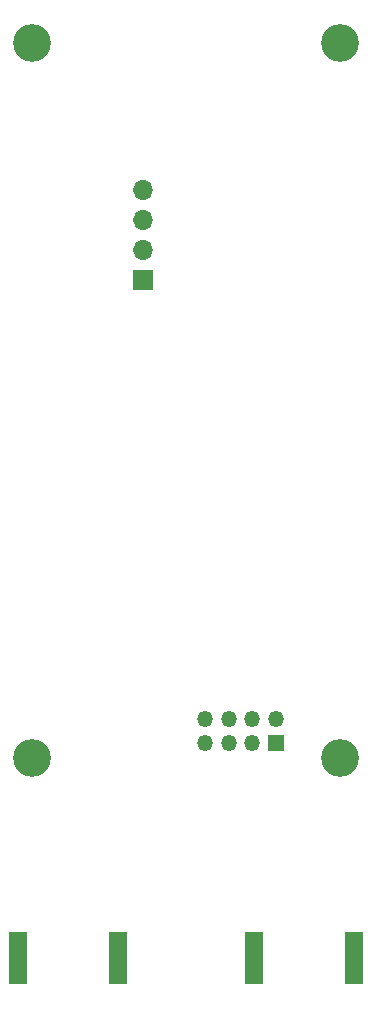
<source format=gbr>
%TF.GenerationSoftware,KiCad,Pcbnew,6.0.7+dfsg-3*%
%TF.CreationDate,2022-09-21T21:46:24+02:00*%
%TF.ProjectId,Adapter_RCB_F9T,41646170-7465-4725-9f52-43425f463954,1*%
%TF.SameCoordinates,Original*%
%TF.FileFunction,Soldermask,Bot*%
%TF.FilePolarity,Negative*%
%FSLAX46Y46*%
G04 Gerber Fmt 4.6, Leading zero omitted, Abs format (unit mm)*
G04 Created by KiCad (PCBNEW 6.0.7+dfsg-3) date 2022-09-21 21:46:24*
%MOMM*%
%LPD*%
G01*
G04 APERTURE LIST*
%ADD10R,1.500000X4.500000*%
%ADD11C,3.200000*%
%ADD12R,1.350000X1.350000*%
%ADD13O,1.350000X1.350000*%
%ADD14R,1.700000X1.700000*%
%ADD15O,1.700000X1.700000*%
G04 APERTURE END LIST*
D10*
%TO.C,J51*%
X55750000Y-117250000D03*
X64250000Y-117250000D03*
%TD*%
%TO.C,J61*%
X75750000Y-117250000D03*
X84250000Y-117250000D03*
%TD*%
D11*
%TO.C,J41*%
X57000000Y-39750000D03*
X57000000Y-100250000D03*
X83000000Y-100250000D03*
X83000000Y-39750000D03*
D12*
X77600000Y-99000000D03*
D13*
X77600000Y-97000000D03*
X75600000Y-99000000D03*
X75600000Y-97000000D03*
X73600000Y-99000000D03*
X73600000Y-97000000D03*
X71600000Y-99000000D03*
X71600000Y-97000000D03*
%TD*%
D14*
%TO.C,J2*%
X66375000Y-59800000D03*
D15*
X66375000Y-57260000D03*
X66375000Y-54720000D03*
X66375000Y-52180000D03*
%TD*%
M02*

</source>
